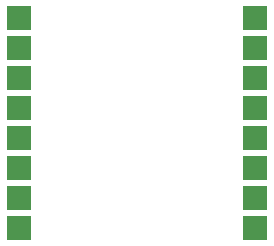
<source format=gbs>
G75*
%MOIN*%
%OFA0B0*%
%FSLAX25Y25*%
%IPPOS*%
%LPD*%
%AMOC8*
5,1,8,0,0,1.08239X$1,22.5*
%
%ADD10R,0.08200X0.08200*%
D10*
X0005100Y0011343D03*
X0005100Y0021343D03*
X0005100Y0031343D03*
X0005100Y0041343D03*
X0005100Y0051343D03*
X0005100Y0061343D03*
X0005100Y0071343D03*
X0005100Y0081343D03*
X0083840Y0081343D03*
X0083840Y0071343D03*
X0083840Y0061343D03*
X0083840Y0051343D03*
X0083840Y0041343D03*
X0083840Y0031343D03*
X0083840Y0021343D03*
X0083840Y0011343D03*
M02*

</source>
